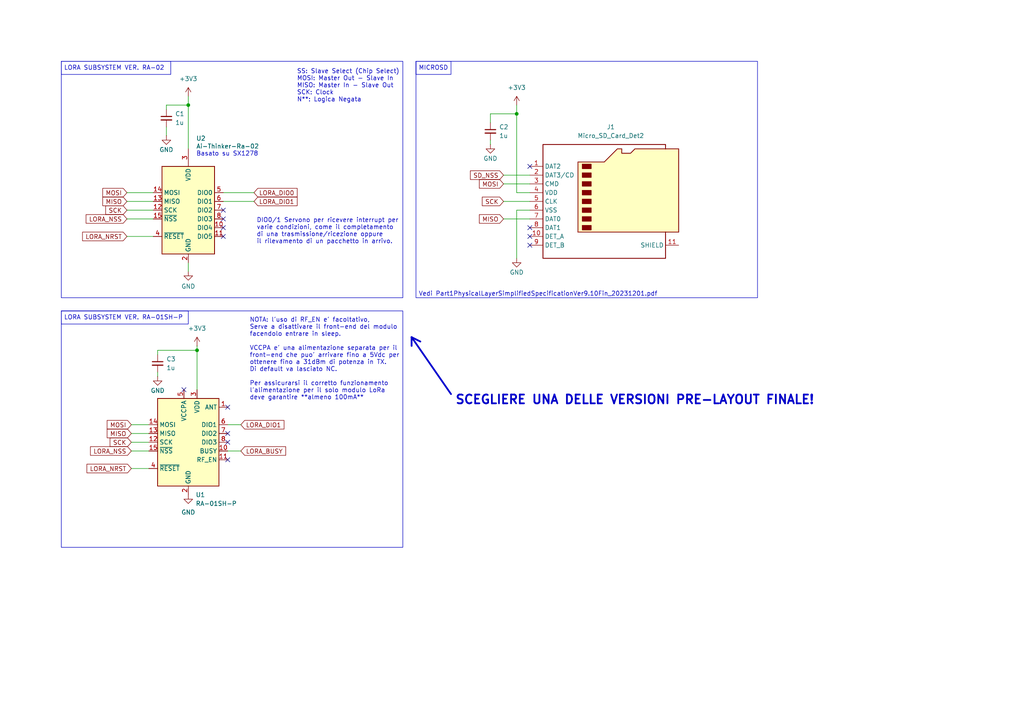
<source format=kicad_sch>
(kicad_sch (version 20250114) (generator "eeschema") (generator_version "9.0")
  (paper "A4")
  (lib_symbols
    (symbol "Connector:Micro_SD_Card_Det2"
      (property "Reference" "J" (at -16.51 17.78 0))
      (property "Value" "Micro_SD_Card_Det2" (at 16.51 17.78 0))
      (symbol "Micro_SD_Card_Det2_0_1"
        (polyline (pts (xy -8.89 -8.89) (xy -8.89 11.43) (xy -1.27 11.43) (xy 2.54 15.24) (xy 3.81 15.24) (xy 3.81 13.97) (xy 6.35 13.97) (xy 7.62 15.24) (xy 20.32 15.24) (xy 20.32 -8.89) (xy -8.89 -8.89)) (stroke (width 0.254)) (fill (type background)))
        (rectangle (start -7.62 10.795) (end -5.08 9.525) (stroke (width 0.254)) (fill (type outline)))
        (rectangle (start -7.62 8.255) (end -5.08 6.985) (stroke (width 0.254)) (fill (type outline)))
        (rectangle (start -7.62 5.715) (end -5.08 4.445) (stroke (width 0.254)) (fill (type outline)))
        (rectangle (start -7.62 3.175) (end -5.08 1.905) (stroke (width 0.254)) (fill (type outline)))
        (rectangle (start -7.62 0.635) (end -5.08 -0.635) (stroke (width 0.254)) (fill (type outline)))
        (rectangle (start -7.62 -1.905) (end -5.08 -3.175) (stroke (width 0.254)) (fill (type outline)))
        (rectangle (start -7.62 -4.445) (end -5.08 -5.715) (stroke (width 0.254)) (fill (type outline)))
        (rectangle (start -7.62 -6.985) (end -5.08 -8.255) (stroke (width 0.254)) (fill (type outline)))
        (polyline (pts (xy 16.51 15.24) (xy 16.51 16.51) (xy -19.05 16.51) (xy -19.05 -16.51) (xy 16.51 -16.51) (xy 16.51 -8.89)) (stroke (width 0.254)))
      )
      (symbol "Micro_SD_Card_Det2_1_1"
        (pin bidirectional line (at -22.86 10.16 0) (length 3.81) (name "DAT2") (number "1"))
        (pin bidirectional line (at -22.86 7.62 0) (length 3.81) (name "DAT3/CD") (number "2"))
        (pin input line (at -22.86 5.08 0) (length 3.81) (name "CMD") (number "3"))
        (pin power_in line (at -22.86 2.54 0) (length 3.81) (name "VDD") (number "4"))
        (pin input line (at -22.86 0 0) (length 3.81) (name "CLK") (number "5"))
        (pin power_in line (at -22.86 -2.54 0) (length 3.81) (name "VSS") (number "6"))
        (pin bidirectional line (at -22.86 -5.08 0) (length 3.81) (name "DAT0") (number "7"))
        (pin bidirectional line (at -22.86 -7.62 0) (length 3.81) (name "DAT1") (number "8"))
        (pin passive line (at -22.86 -10.16 0) (length 3.81) (name "DET_A") (number "10"))
        (pin passive line (at -22.86 -12.7 0) (length 3.81) (name "DET_B") (number "9"))
        (pin passive line (at 20.32 -12.7 180) (length 3.81) (name "SHIELD") (number "11"))
      )
    )
    (symbol "Device:C_Small" (pin_numbers (hide yes)) (pin_names (offset 0.254) (hide yes))
      (property "Reference" "C" (at 0.254 1.778 0))
      (property "Value" "C_Small" (at 0.254 -2.032 0))
      (symbol "C_Small_0_1"
        (polyline (pts (xy -1.524 0.508) (xy 1.524 0.508)) (stroke (width 0.3048)))
        (polyline (pts (xy -1.524 -0.508) (xy 1.524 -0.508)) (stroke (width 0.3302)))
      )
      (symbol "C_Small_1_1"
        (pin passive line (at 0 2.54 270) (length 2.032) (name "~") (number "1"))
        (pin passive line (at 0 -2.54 90) (length 2.032) (name "~") (number "2"))
      )
    )
    (symbol "LoRa:RA-01SH"
      (property "Reference" "U" (at 7.874 15.748 0))
      (property "Value" "RA-01SH-P" (at 13.208 13.208 0))
      (symbol "RA-01SH_0_1"
        (rectangle (start -8.89 11.43) (end 8.89 -13.97) (stroke (width 0.254)) (fill (type background)))
      )
      (symbol "RA-01SH_1_1"
        (pin input line (at -11.43 3.81 0) (length 2.54) (name "MOSI") (number "14"))
        (pin output line (at -11.43 1.27 0) (length 2.54) (name "MISO") (number "13"))
        (pin input line (at -11.43 -1.27 0) (length 2.54) (name "SCK") (number "12"))
        (pin input line (at -11.43 -3.81 0) (length 2.54) (name "~{NSS}") (number "15"))
        (pin input line (at -11.43 -8.89 0) (length 2.54) (name "~{RESET}") (number "4"))
        (pin bidirectional line (at -1.27 13.97 270) (length 2.54) (name "VCCPA") (number "5"))
        (pin passive line (at 0 -16.51 90) (length 2.54) (hide yes) (name "GND") (number "16"))
        (pin power_in line (at 0 -16.51 90) (length 2.54) (name "GND") (number "2"))
        (pin passive line (at 0 -16.51 90) (length 2.54) (hide yes) (name "GND") (number "9"))
        (pin power_in line (at 2.54 13.97 270) (length 2.54) (name "VDD") (number "3"))
        (pin passive line (at 11.43 8.89 180) (length 2.54) (name "ANT") (number "1"))
        (pin bidirectional line (at 11.43 3.81 180) (length 2.54) (name "DIO1") (number "6"))
        (pin bidirectional line (at 11.43 1.27 180) (length 2.54) (name "DIO2") (number "7"))
        (pin bidirectional line (at 11.43 -1.27 180) (length 2.54) (name "DIO3") (number "8"))
        (pin bidirectional line (at 11.43 -3.81 180) (length 2.54) (name "BUSY") (number "10"))
        (pin bidirectional line (at 11.43 -6.35 180) (length 2.54) (name "RF_EN") (number "11"))
      )
    )
    (symbol "RF_Module:Ai-Thinker-Ra-02"
      (property "Reference" "U" (at 2.54 19.05 0))
      (property "Value" "Ai-Thinker-Ra-02" (at 13.97 -15.24 0))
      (symbol "Ai-Thinker-Ra-02_0_1"
        (rectangle (start -7.62 12.7) (end 7.62 -12.7) (stroke (width 0.254)) (fill (type background)))
      )
      (symbol "Ai-Thinker-Ra-02_1_1"
        (pin input line (at -10.16 5.08 0) (length 2.54) (name "MOSI") (number "14"))
        (pin output line (at -10.16 2.54 0) (length 2.54) (name "MISO") (number "13"))
        (pin input line (at -10.16 0 0) (length 2.54) (name "SCK") (number "12"))
        (pin input line (at -10.16 -2.54 0) (length 2.54) (name "~{NSS}") (number "15"))
        (pin input line (at -10.16 -7.62 0) (length 2.54) (name "~{RESET}") (number "4"))
        (pin power_in line (at 0 17.78 270) (length 5.08) (name "VDD") (number "3"))
        (pin passive line (at 0 -15.24 90) (length 2.54) (hide yes) (name "GND") (number "1"))
        (pin passive line (at 0 -15.24 90) (length 2.54) (hide yes) (name "GND") (number "16"))
        (pin power_in line (at 0 -15.24 90) (length 2.54) (name "GND") (number "2"))
        (pin passive line (at 0 -15.24 90) (length 2.54) (hide yes) (name "GND") (number "9"))
        (pin bidirectional line (at 10.16 5.08 180) (length 2.54) (name "DIO0") (number "5"))
        (pin bidirectional line (at 10.16 2.54 180) (length 2.54) (name "DIO1") (number "6"))
        (pin bidirectional line (at 10.16 0 180) (length 2.54) (name "DIO2") (number "7"))
        (pin bidirectional line (at 10.16 -2.54 180) (length 2.54) (name "DIO3") (number "8"))
        (pin bidirectional line (at 10.16 -5.08 180) (length 2.54) (name "DIO4") (number "10"))
        (pin bidirectional line (at 10.16 -7.62 180) (length 2.54) (name "DIO5") (number "11"))
      )
    )
    (symbol "power:+3V3" (power) (pin_numbers (hide yes)) (pin_names (offset 0) (hide yes))
      (property "Value" "+3V3" (at 0 3.556 0))
      (symbol "+3V3_0_1"
        (polyline (pts (xy -0.762 1.27) (xy 0 2.54)))
        (polyline (pts (xy 0 2.54) (xy 0.762 1.27)))
        (polyline (pts (xy 0 0) (xy 0 2.54)))
      )
      (symbol "+3V3_1_1"
        (pin power_in line (at 0 0 90) (length 0) (name "~") (number "1"))
      )
    )
    (symbol "power:GND" (power) (pin_numbers (hide yes)) (pin_names (offset 0) (hide yes))
      (property "Value" "GND" (at 0 -3.81 0))
      (symbol "GND_0_1"
        (polyline (pts (xy 0 0) (xy 0 -1.27) (xy 1.27 -1.27) (xy 0 -2.54) (xy -1.27 -1.27) (xy 0 -1.27)))
      )
      (symbol "GND_1_1"
        (pin power_in line (at 0 0 270) (length 0) (name "~") (number "1"))
      )
    )
  )
  (rectangle (start 120.65 17.78) (end 219.71 86.36))
  (rectangle (start 17.78 17.78) (end 49.53 21.59))
  (rectangle (start 120.65 17.78) (end 130.81 21.59))
  (rectangle (start 17.78 17.78) (end 116.84 86.36))
  (rectangle (start 17.78 90.17) (end 116.84 158.75))
  (rectangle (start 17.78 90.17) (end 54.61 93.98))
  (text "Basato su SX1278" (at 56.896 44.704 0) (effects (font (size 1.27 1.27)) (justify left)))
  (text "SS: Slave Select (Chip Select)\nMOSI: Master Out - Slave In\nMISO: Master In - Slave Out\nSCK: Clock\nN**: Logica Negata" (at 86.106 24.892 0) (effects (font (size 1.27 1.27)) (justify left)))
  (text "LORA SUBSYSTEM VER. RA-01SH-P" (at 18.542 92.202 0) (effects (font (size 1.27 1.27)) (justify left)))
  (text "LORA SUBSYSTEM VER. RA-02" (at 18.542 19.812 0) (effects (font (size 1.27 1.27)) (justify left)))
  (text "Vedi Part1PhysicalLayerSimplifiedSpecificationVer9.10Fin_20231201.pdf" (at 121.412 85.344 0) (effects (font (size 1.27 1.27)) (justify left)))
  (text "MICROSD" (at 121.412 19.812 0) (effects (font (size 1.27 1.27)) (justify left)))
  (text "SCEGLIERE UNA DELLE VERSIONI PRE-LAYOUT FINALE!" (at 184.15 116.078 0) (effects (font (size 2.54 2.54) (thickness 0.508) (bold yes))))
  (text "DIO0/1 Servono per ricevere interrupt per\nvarie condizioni, come il completamento \ndi una trasmissione/ricezione oppure\nil rilevamento di un pacchetto in arrivo." (at 74.422 67.056 0) (effects (font (size 1.27 1.27)) (justify left)))
  (text "NOTA: l'uso di RF_EN e' facoltativo,\nServe a disattivare il front-end del modulo \nfacendolo entrare in sleep.\n\nVCCPA e' una alimentazione separata per il\nfront-end che puo' arrivare fino a 5Vdc per\nottenere fino a 31dBm di potenza in TX.\nDi default va lasciato NC.\n\nPer assicurarsi il corretto funzionamento \nl'alimentazione per il solo modulo LoRa \ndeve garantire **almeno 100mA**\n" (at 72.39 104.14 0) (effects (font (size 1.27 1.27)) (justify left)))
  (junction (at 54.61 30.48))
  (junction (at 149.86 33.02))
  (junction (at 57.15 101.6))
  (no_connect (at 153.67 66.04))
  (no_connect (at 66.04 128.27))
  (no_connect (at 66.04 118.11))
  (no_connect (at 64.77 68.58))
  (no_connect (at 66.04 125.73))
  (no_connect (at 153.67 71.12))
  (no_connect (at 64.77 60.96))
  (no_connect (at 64.77 66.04))
  (no_connect (at 64.77 63.5))
  (no_connect (at 66.04 133.35))
  (no_connect (at 153.67 48.26))
  (no_connect (at 53.34 113.03))
  (no_connect (at 153.67 68.58))
  (wire (pts (xy 64.77 55.88) (xy 73.66 55.88)))
  (wire (pts (xy 153.67 60.96) (xy 149.86 60.96)))
  (wire (pts (xy 45.72 107.95) (xy 45.72 109.22)))
  (wire (pts (xy 48.26 36.83) (xy 48.26 39.37)))
  (wire (pts (xy 38.1 125.73) (xy 43.18 125.73)))
  (polyline (pts (xy 119.38 97.79) (xy 121.92 99.06)) (stroke (width 0.508) (type solid)))
  (wire (pts (xy 149.86 33.02) (xy 149.86 55.88)))
  (wire (pts (xy 66.04 130.81) (xy 69.85 130.81)))
  (wire (pts (xy 48.26 31.75) (xy 48.26 30.48)))
  (wire (pts (xy 57.15 101.6) (xy 57.15 113.03)))
  (wire (pts (xy 149.86 33.02) (xy 149.86 30.48)))
  (wire (pts (xy 36.83 60.96) (xy 44.45 60.96)))
  (wire (pts (xy 66.04 123.19) (xy 69.85 123.19)))
  (wire (pts (xy 36.83 68.58) (xy 44.45 68.58)))
  (wire (pts (xy 54.61 30.48) (xy 54.61 43.18)))
  (wire (pts (xy 36.83 58.42) (xy 44.45 58.42)))
  (wire (pts (xy 142.24 33.02) (xy 149.86 33.02)))
  (wire (pts (xy 146.05 53.34) (xy 153.67 53.34)))
  (polyline (pts (xy 119.38 97.79) (xy 130.81 114.3)) (stroke (width 0.508) (type solid)))
  (wire (pts (xy 153.67 55.88) (xy 149.86 55.88)))
  (wire (pts (xy 38.1 123.19) (xy 43.18 123.19)))
  (wire (pts (xy 146.05 50.8) (xy 153.67 50.8)))
  (wire (pts (xy 36.83 63.5) (xy 44.45 63.5)))
  (wire (pts (xy 45.72 102.87) (xy 45.72 101.6)))
  (wire (pts (xy 146.05 58.42) (xy 153.67 58.42)))
  (wire (pts (xy 54.61 76.2) (xy 54.61 78.74)))
  (polyline (pts (xy 119.38 97.79) (xy 119.38 100.33)) (stroke (width 0.508) (type solid)))
  (wire (pts (xy 146.05 63.5) (xy 153.67 63.5)))
  (wire (pts (xy 48.26 30.48) (xy 54.61 30.48)))
  (wire (pts (xy 64.77 58.42) (xy 73.66 58.42)))
  (wire (pts (xy 149.86 60.96) (xy 149.86 74.93)))
  (wire (pts (xy 45.72 101.6) (xy 57.15 101.6)))
  (wire (pts (xy 54.61 27.94) (xy 54.61 30.48)))
  (wire (pts (xy 36.83 55.88) (xy 44.45 55.88)))
  (wire (pts (xy 38.1 135.89) (xy 43.18 135.89)))
  (wire (pts (xy 38.1 130.81) (xy 43.18 130.81)))
  (wire (pts (xy 142.24 35.56) (xy 142.24 33.02)))
  (wire (pts (xy 142.24 40.64) (xy 142.24 41.91)))
  (wire (pts (xy 57.15 100.33) (xy 57.15 101.6)))
  (wire (pts (xy 38.1 128.27) (xy 43.18 128.27)))
  (global_label "LORA_DIO1" (shape input) (at 69.85 123.19 0) (property "Intersheetrefs" "${INTERSHEET_REFS}" (effects (hide yes))))
  (global_label "LORA_NSS" (shape input) (at 38.1 130.81 180) (property "Intersheetrefs" "${INTERSHEET_REFS}" (effects (hide yes))))
  (global_label "LORA_BUSY" (shape input) (at 69.85 130.81 0) (property "Intersheetrefs" "${INTERSHEET_REFS}" (effects (hide yes))))
  (global_label "LORA_NRST" (shape input) (at 38.1 135.89 180) (property "Intersheetrefs" "${INTERSHEET_REFS}" (effects (hide yes))))
  (global_label "MOSI" (shape input) (at 146.05 53.34 180) (property "Intersheetrefs" "${INTERSHEET_REFS}" (effects (hide yes))))
  (global_label "SD_NSS" (shape input) (at 146.05 50.8 180) (property "Intersheetrefs" "${INTERSHEET_REFS}" (effects (hide yes))))
  (global_label "MISO" (shape input) (at 36.83 58.42 180) (property "Intersheetrefs" "${INTERSHEET_REFS}" (effects (hide yes))))
  (global_label "MOSI" (shape input) (at 36.83 55.88 180) (property "Intersheetrefs" "${INTERSHEET_REFS}" (effects (hide yes))))
  (global_label "LORA_NRST" (shape input) (at 36.83 68.58 180) (property "Intersheetrefs" "${INTERSHEET_REFS}" (effects (hide yes))))
  (global_label "MOSI" (shape input) (at 38.1 123.19 180) (property "Intersheetrefs" "${INTERSHEET_REFS}" (effects (hide yes))))
  (global_label "SCK" (shape input) (at 38.1 128.27 180) (property "Intersheetrefs" "${INTERSHEET_REFS}" (effects (hide yes))))
  (global_label "SCK" (shape input) (at 146.05 58.42 180) (property "Intersheetrefs" "${INTERSHEET_REFS}" (effects (hide yes))))
  (global_label "MISO" (shape input) (at 146.05 63.5 180) (property "Intersheetrefs" "${INTERSHEET_REFS}" (effects (hide yes))))
  (global_label "SCK" (shape input) (at 36.83 60.96 180) (property "Intersheetrefs" "${INTERSHEET_REFS}" (effects (hide yes))))
  (global_label "LORA_DIO1" (shape input) (at 73.66 58.42 0) (property "Intersheetrefs" "${INTERSHEET_REFS}" (effects (hide yes))))
  (global_label "LORA_DIO0" (shape input) (at 73.66 55.88 0) (property "Intersheetrefs" "${INTERSHEET_REFS}" (effects (hide yes))))
  (global_label "LORA_NSS" (shape input) (at 36.83 63.5 180) (property "Intersheetrefs" "${INTERSHEET_REFS}" (effects (hide yes))))
  (global_label "MISO" (shape input) (at 38.1 125.73 180) (property "Intersheetrefs" "${INTERSHEET_REFS}" (effects (hide yes))))
  (symbol (lib_id "power:GND") (at 48.26 39.37 0) (unit 1)
    (property "Reference" "#PWR03" (effects (hide yes)))
    (property "Value" "GND" (at 48.26 43.434 0))
    (property "Description" "Power symbol creates a global label with name \"GND\" , ground" (effects (hide yes)))
  )
  (symbol (lib_id "Device:C_Small") (at 48.26 34.29 0) (unit 1)
    (property "Reference" "C1" (at 50.8 33.0262 0) (effects (justify left)))
    (property "Value" "1u" (at 50.8 35.5662 0) (effects (justify left)))
    (property "Description" "Unpolarized capacitor, small symbol" (effects (hide yes)))
  )
  (symbol (lib_id "RF_Module:Ai-Thinker-Ra-02") (at 54.61 60.96 0) (unit 1)
    (property "Reference" "U2" (at 56.896 40.132 0) (effects (justify left)))
    (property "Value" "Ai-Thinker-Ra-02" (at 56.896 42.418 0) (effects (justify left)))
    (property "Footprint" "RF_Module:Ai-Thinker-Ra-01-LoRa" (effects (hide yes)))
    (property "Datasheet" "http://wiki.ai-thinker.com/_media/lora/docs/c048ps01a1_ra-02_product_specification_v1.1.pdf" (effects (hide yes)))
    (property "Description" "Ai-Thinker Ra-02 410-525 MHz LoRa Module, SPI interface, U.FL antenna connector" (effects (hide yes)))
  )
  (symbol (lib_id "power:GND") (at 45.72 109.22 0) (unit 1)
    (property "Reference" "#PWR012" (effects (hide yes)))
    (property "Value" "GND" (at 45.72 113.284 0))
    (property "Description" "Power symbol creates a global label with name \"GND\" , ground" (effects (hide yes)))
  )
  (symbol (lib_id "power:+3V3") (at 149.86 30.48 0) (unit 1)
    (property "Reference" "#PWR04" (effects (hide yes)))
    (property "Value" "+3V3" (at 149.86 25.4 0))
    (property "Description" "Power symbol creates a global label with name \"+3V3\"" (effects (hide yes)))
  )
  (symbol (lib_id "power:+3V3") (at 57.15 100.33 0) (unit 1)
    (property "Reference" "#PWR011" (effects (hide yes)))
    (property "Value" "+3V3" (at 57.15 95.25 0))
    (property "Description" "Power symbol creates a global label with name \"+3V3\"" (effects (hide yes)))
  )
  (symbol (lib_id "LoRa:RA-01SH") (at 54.61 127 0) (unit 1)
    (property "Reference" "U1" (at 56.7533 143.51 0) (effects (justify left)))
    (property "Value" "RA-01SH-P" (at 56.7533 146.05 0) (effects (justify left)))
    (property "Footprint" "RF_Module:Ai-Thinker-Ra-01-LoRa" (effects (hide yes)))
    (property "Datasheet" "https://en.ai-thinker.com/Uploads/file/20240927/20240927114430_30249.pdf" (effects (hide yes)))
  )
  (symbol (lib_id "Connector:Micro_SD_Card_Det2") (at 176.53 58.42 0) (unit 1)
    (property "Reference" "J1" (at 177.165 36.83 0))
    (property "Value" "Micro_SD_Card_Det2" (at 177.165 39.37 0))
    (property "Footprint" "Connector_Card:microSD_HC_Molex_104031-0811" (effects (hide yes)))
    (property "Datasheet" "https://www.hirose.com/en/product/document?clcode=&productname=&series=DM3&documenttype=Catalog&lang=en&documentid=D49662_en" (effects (hide yes)))
    (property "Description" "Micro SD Card Socket with two card detection pins" (effects (hide yes)))
  )
  (symbol (lib_id "power:+3V3") (at 54.61 27.94 0) (unit 1)
    (property "Reference" "#PWR02" (effects (hide yes)))
    (property "Value" "+3V3" (at 54.61 22.86 0))
    (property "Description" "Power symbol creates a global label with name \"+3V3\"" (effects (hide yes)))
  )
  (symbol (lib_id "power:GND") (at 142.24 41.91 0) (unit 1)
    (property "Reference" "#PWR05" (effects (hide yes)))
    (property "Value" "GND" (at 142.24 45.974 0))
    (property "Description" "Power symbol creates a global label with name \"GND\" , ground" (effects (hide yes)))
  )
  (symbol (lib_id "Device:C_Small") (at 142.24 38.1 0) (unit 1)
    (property "Reference" "C2" (at 144.78 36.8362 0) (effects (justify left)))
    (property "Value" "1u" (at 144.78 39.3762 0) (effects (justify left)))
    (property "Description" "Unpolarized capacitor, small symbol" (effects (hide yes)))
  )
  (symbol (lib_id "power:GND") (at 54.61 78.74 0) (unit 1)
    (property "Reference" "#PWR01" (effects (hide yes)))
    (property "Value" "GND" (at 54.61 83.058 0))
    (property "Description" "Power symbol creates a global label with name \"GND\" , ground" (effects (hide yes)))
  )
  (symbol (lib_id "power:GND") (at 54.61 143.51 0) (unit 1)
    (property "Reference" "#PWR09" (effects (hide yes)))
    (property "Value" "GND" (at 54.61 148.59 0))
    (property "Description" "Power symbol creates a global label with name \"GND\" , ground" (effects (hide yes)))
  )
  (symbol (lib_id "Device:C_Small") (at 45.72 105.41 0) (unit 1)
    (property "Reference" "C3" (at 48.26 104.1462 0) (effects (justify left)))
    (property "Value" "1u" (at 48.26 106.6862 0) (effects (justify left)))
    (property "Description" "Unpolarized capacitor, small symbol" (effects (hide yes)))
  )
  (symbol (lib_id "power:GND") (at 149.86 74.93 0) (unit 1)
    (property "Reference" "#PWR06" (effects (hide yes)))
    (property "Value" "GND" (at 149.86 78.994 0))
    (property "Description" "Power symbol creates a global label with name \"GND\" , ground" (effects (hide yes)))
  )
)
</source>
